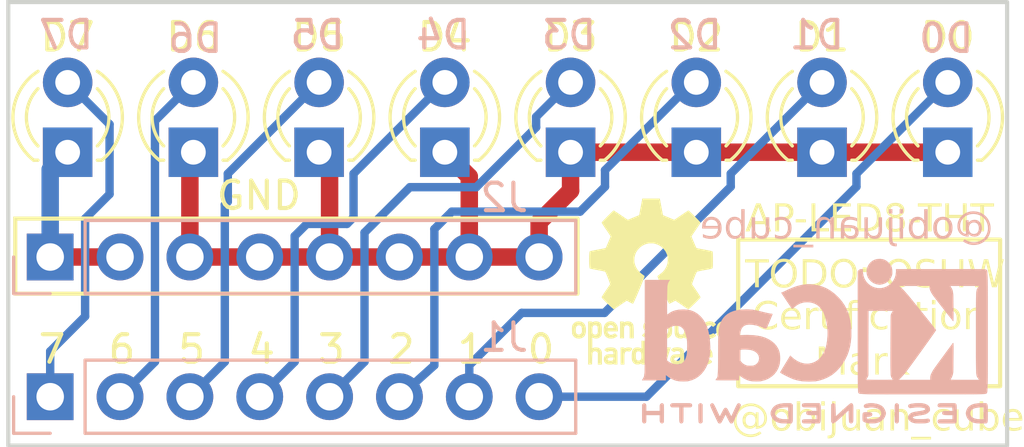
<source format=kicad_pcb>
(kicad_pcb (version 20221018) (generator pcbnew)
  (layers (0 "F.Cu" signal) (31 "B.Cu" signal) (34 "B.Paste" user) (35 "F.Paste" user) (36 "B.SilkS" user "B.Silkscreen") (37 "F.SilkS" user "F.Silkscreen") (38 "B.Mask" user) (39 "F.Mask" user) (44 "Edge.Cuts" user))
  (net 0 "")
  (net 1 "GND")
  (net 2 "/led7")
  (net 3 "/led6")
  (net 4 "/led0")
  (net 5 "/led1")
  (net 6 "/led2")
  (net 7 "/led3")
  (net 8 "/led4")
  (net 9 "/led5")
  (footprint "Monolito:LED_THT__LED_D3.0mm" (layer "F.Cu") (at 108.077 54.61 90)
    (fp_text reference "D1" (at 4.191 0) (layer "F.SilkS"))
    (fp_text value "LED" hide)
    (pad "1" thru_hole rect (at 0 0 90) (size 1.8 1.8) (drill 0.9) (layers "*.Cu" "*.Mask") (net 1 "GND"))
    (pad "2" thru_hole circle (at 2.54 0 90) (size 1.8 1.8) (drill 0.9) (layers "*.Cu" "*.Mask") (net 5 "/led1"))
  )
  (footprint "Symbol:OSHW-Logo_5.7x6mm_SilkScreen" (layer "F.Cu") (at 101.854 59.309)
    (fp_text reference "REF**" hide)
    (fp_text value "OSHW-Logo_5.7x6mm_SilkScreen" hide)
  )
  (footprint "Monolito:LED_THT__LED_D3.0mm" (layer "F.Cu") (at 80.645 54.61 90)
    (fp_text reference "D7" (at 4.191 0) (layer "F.SilkS"))
    (fp_text value "LED" hide)
    (pad "1" thru_hole rect (at 0 0 90) (size 1.8 1.8) (drill 0.9) (layers "*.Cu" "*.Mask") (net 1 "GND"))
    (pad "2" thru_hole circle (at 2.54 0 90) (size 1.8 1.8) (drill 0.9) (layers "*.Cu" "*.Mask") (net 2 "/led7"))
  )
  (footprint "Monolito:LED_THT__LED_D3.0mm" (layer "F.Cu") (at 94.361 54.61 90)
    (fp_text reference "D4" (at 4.191 0) (layer "F.SilkS"))
    (fp_text value "LED" hide)
    (pad "1" thru_hole rect (at 0 0 90) (size 1.8 1.8) (drill 0.9) (layers "*.Cu" "*.Mask") (net 1 "GND"))
    (pad "2" thru_hole circle (at 2.54 0 90) (size 1.8 1.8) (drill 0.9) (layers "*.Cu" "*.Mask") (net 8 "/led4"))
  )
  (footprint "Monolito:LED_THT__LED_D3.0mm" (layer "F.Cu") (at 112.649 54.61 90)
    (fp_text reference "D0" (at 4.191 0) (layer "F.SilkS"))
    (fp_text value "LED" hide)
    (pad "1" thru_hole rect (at 0 0 90) (size 1.8 1.8) (drill 0.9) (layers "*.Cu" "*.Mask") (net 1 "GND"))
    (pad "2" thru_hole circle (at 2.54 0 90) (size 1.8 1.8) (drill 0.9) (layers "*.Cu" "*.Mask") (net 4 "/led0"))
  )
  (footprint "Monolito:LED_THT__LED_D3.0mm" (layer "F.Cu") (at 85.217 54.61 90)
    (fp_text reference "D6" (at 4.191 0) (layer "F.SilkS"))
    (fp_text value "LED" hide)
    (pad "1" thru_hole rect (at 0 0 90) (size 1.8 1.8) (drill 0.9) (layers "*.Cu" "*.Mask") (net 1 "GND"))
    (pad "2" thru_hole circle (at 2.54 0 90) (size 1.8 1.8) (drill 0.9) (layers "*.Cu" "*.Mask") (net 3 "/led6"))
  )
  (footprint "Monolito:LED_THT__LED_D3.0mm" (layer "F.Cu") (at 98.933 54.61 90)
    (fp_text reference "D3" (at 4.191 0) (layer "F.SilkS"))
    (fp_text value "LED" hide)
    (pad "1" thru_hole rect (at 0 0 90) (size 1.8 1.8) (drill 0.9) (layers "*.Cu" "*.Mask") (net 1 "GND"))
    (pad "2" thru_hole circle (at 2.54 0 90) (size 1.8 1.8) (drill 0.9) (layers "*.Cu" "*.Mask") (net 7 "/led3"))
  )
  (footprint "Monolito:LED_THT__LED_D3.0mm" (layer "F.Cu") (at 103.505 54.61 90)
    (fp_text reference "D2" (at 4.191 0) (layer "F.SilkS"))
    (fp_text value "LED" hide)
    (pad "1" thru_hole rect (at 0 0 90) (size 1.8 1.8) (drill 0.9) (layers "*.Cu" "*.Mask") (net 1 "GND"))
    (pad "2" thru_hole circle (at 2.54 0 90) (size 1.8 1.8) (drill 0.9) (layers "*.Cu" "*.Mask") (net 6 "/led2"))
  )
  (footprint "Monolito:LED_THT__LED_D3.0mm" (layer "F.Cu") (at 89.789 54.61 90)
    (fp_text reference "D5" (at 4.191 0) (layer "F.SilkS"))
    (fp_text value "LED" hide)
    (pad "1" thru_hole rect (at 0 0 90) (size 1.8 1.8) (drill 0.9) (layers "*.Cu" "*.Mask") (net 1 "GND"))
    (pad "2" thru_hole circle (at 2.54 0 90) (size 1.8 1.8) (drill 0.9) (layers "*.Cu" "*.Mask") (net 9 "/led5"))
  )
  (footprint "Monolito:PinSocket_1x08_P2.54mm_Vertical" (layer "B.Cu") (at 80.01 58.42 -90)
    (fp_text reference "J2" (at -2.159 -16.51 -180) (layer "B.SilkS") (effects (justify mirror)))
    (fp_text value "Conn_01x08_Socket" hide)
    (pad "1" thru_hole rect (at 0 0 270) (size 1.7 1.7) (drill 1) (layers "*.Cu" "*.Mask") (net 1 "GND"))
    (pad "2" thru_hole oval (at 0 -2.54 270) (size 1.7 1.7) (drill 1) (layers "*.Cu" "*.Mask") (net 1 "GND"))
    (pad "3" thru_hole oval (at 0 -5.08 270) (size 1.7 1.7) (drill 1) (layers "*.Cu" "*.Mask") (net 1 "GND"))
    (pad "4" thru_hole oval (at 0 -7.62 270) (size 1.7 1.7) (drill 1) (layers "*.Cu" "*.Mask") (net 1 "GND"))
    (pad "5" thru_hole oval (at 0 -10.16 270) (size 1.7 1.7) (drill 1) (layers "*.Cu" "*.Mask") (net 1 "GND"))
    (pad "6" thru_hole oval (at 0 -12.7 270) (size 1.7 1.7) (drill 1) (layers "*.Cu" "*.Mask") (net 1 "GND"))
    (pad "7" thru_hole oval (at 0 -15.24 270) (size 1.7 1.7) (drill 1) (layers "*.Cu" "*.Mask") (net 1 "GND"))
    (pad "8" thru_hole oval (at 0 -17.78 270) (size 1.7 1.7) (drill 1) (layers "*.Cu" "*.Mask") (net 1 "GND"))
  )
  (footprint "Monolito:PinSocket_1x08_P2.54mm_Vertical" (layer "B.Cu") (at 80.01 63.5 -90)
    (fp_text reference "J1" (at -2.159 -16.51 -180) (layer "B.SilkS") (effects (justify mirror)))
    (fp_text value "Conn_01x08_Socket" hide)
    (pad "1" thru_hole rect (at 0 0 270) (size 1.7 1.7) (drill 1) (layers "*.Cu" "*.Mask") (net 2 "/led7"))
    (pad "2" thru_hole oval (at 0 -2.54 270) (size 1.7 1.7) (drill 1) (layers "*.Cu" "*.Mask") (net 3 "/led6"))
    (pad "3" thru_hole oval (at 0 -5.08 270) (size 1.7 1.7) (drill 1) (layers "*.Cu" "*.Mask") (net 9 "/led5"))
    (pad "4" thru_hole oval (at 0 -7.62 270) (size 1.7 1.7) (drill 1) (layers "*.Cu" "*.Mask") (net 8 "/led4"))
    (pad "5" thru_hole oval (at 0 -10.16 270) (size 1.7 1.7) (drill 1) (layers "*.Cu" "*.Mask") (net 7 "/led3"))
    (pad "6" thru_hole oval (at 0 -12.7 270) (size 1.7 1.7) (drill 1) (layers "*.Cu" "*.Mask") (net 6 "/led2"))
    (pad "7" thru_hole oval (at 0 -15.24 270) (size 1.7 1.7) (drill 1) (layers "*.Cu" "*.Mask") (net 5 "/led1"))
    (pad "8" thru_hole oval (at 0 -17.78 270) (size 1.7 1.7) (drill 1) (layers "*.Cu" "*.Mask") (net 4 "/led0"))
  )
  (footprint "Symbol:KiCad-Logo2_5mm_SilkScreen" (layer "B.Cu") (at 107.823 61.468 180)
    (fp_text reference "REF**" hide)
    (fp_text value "KiCad-Logo2_5mm_SilkScreen" hide)
  )
  (gr_rect (start 105.029 57.785) (end 114.554 63.119) (stroke (width 0.15)) (fill none) (layer "F.SilkS"))
  (gr_rect (start 78.74 57.023) (end 99.187 59.7535) (stroke (width 0.15)) (fill none) (layer "F.SilkS"))
  (gr_rect (start 78.486 49.149) (end 114.808 65.278) (stroke (width 0.15)) (fill none) (layer "Edge.Cuts"))
  (gr_text "D2" (at 104.521 50.927) (layer "B.SilkS") (effects (font (size 1 1)) (justify left bottom mirror)))
  (gr_text "D4" (at 95.377 50.927) (layer "B.SilkS") (effects (font (size 1 1)) (justify left bottom mirror)))
  (gr_text "@obijuan_cube" (at 114.3 57.912) (layer "B.SilkS") (effects (font (size 1 1)) (justify left bottom mirror)))
  (gr_text "D6" (at 86.36 51.054) (layer "B.SilkS") (effects (font (size 1 1)) (justify left bottom mirror)))
  (gr_text "D0" (at 113.665 51.054) (layer "B.SilkS") (effects (font (size 1 1)) (justify left bottom mirror)))
  (gr_text "D5" (at 90.805 50.927) (layer "B.SilkS") (effects (font (size 1 1)) (justify left bottom mirror)))
  (gr_text "D7" (at 81.661 50.927) (layer "B.SilkS") (effects (font (size 1 1)) (justify left bottom mirror)))
  (gr_text "D3" (at 99.949 50.927) (layer "B.SilkS") (effects (font (size 1 1)) (justify left bottom mirror)))
  (gr_text "D1" (at 108.966 50.927) (layer "B.SilkS") (effects (font (size 1 1)) (justify left bottom mirror)))
  (gr_text "7" (at 79.502 62.357) (layer "F.SilkS") (effects (font (size 1 1)) (justify left bottom)))
  (gr_text "GND" (at 85.979 56.769) (layer "F.SilkS") (effects (font (size 1 1)) (justify left bottom)))
  (gr_text "1" (at 94.742 62.357) (layer "F.SilkS") (effects (font (size 1 1)) (justify left bottom)))
  (gr_text "TODO: OSHW" (at 105.283 59.69) (layer "F.SilkS") (effects (font (size 1 1)) (justify left bottom)))
  (gr_text "6" (at 82.042 62.357) (layer "F.SilkS") (effects (font (size 1 1)) (justify left bottom)))
  (gr_text "AP-LED8-THT" (at 105.283 57.658) (layer "F.SilkS") (effects (font (size 1 1)) (justify left bottom)))
  (gr_text "0" (at 97.282 62.357) (layer "F.SilkS") (effects (font (size 1 1)) (justify left bottom)))
  (gr_text "5" (at 84.582 62.357) (layer "F.SilkS") (effects (font (size 1 1)) (justify left bottom)))
  (gr_text "Mark" (at 107.823 62.865) (layer "F.SilkS") (effects (font (size 1 1)) (justify left bottom)))
  (gr_text "@obijuan_cube" (at 104.775 64.897) (layer "F.SilkS") (effects (font (size 1 1)) (justify left bottom)))
  (gr_text "Certification" (at 105.537 61.214) (layer "F.SilkS") (effects (font (size 1 1)) (justify left bottom)))
  (gr_text "4" (at 87.122 62.357) (layer "F.SilkS") (effects (font (size 1 1)) (justify left bottom)))
  (gr_text "3" (at 89.662 62.357) (layer "F.SilkS") (effects (font (size 1 1)) (justify left bottom)))
  (gr_text "2" (at 92.202 62.357) (layer "F.SilkS") (effects (font (size 1 1)) (justify left bottom)))
  (segment (start 85.09 58.42) (end 87.63 58.42) (width 0.635) (layer "F.Cu") (net 1))
  (segment (start 92.71 58.42) (end 95.25 58.42) (width 0.635) (layer "F.Cu") (net 1))
  (segment (start 85.09 54.737) (end 85.217 54.61) (width 0.635) (layer "F.Cu") (net 1))
  (segment (start 97.79 57.15) (end 98.933 56.007) (width 0.635) (layer "F.Cu") (net 1))
  (segment (start 94.361 54.61) (end 95.25 55.499) (width 0.635) (layer "F.Cu") (net 1))
  (segment (start 87.63 58.42) (end 90.17 58.42) (width 0.635) (layer "F.Cu") (net 1))
  (segment (start 103.505 54.61) (end 108.077 54.61) (width 0.635) (layer "F.Cu") (net 1))
  (segment (start 90.17 58.42) (end 92.71 58.42) (width 0.635) (layer "F.Cu") (net 1))
  (segment (start 90.17 58.42) (end 90.17 54.991) (width 0.635) (layer "F.Cu") (net 1))
  (segment (start 98.933 54.61) (end 103.505 54.61) (width 0.635) (layer "F.Cu") (net 1))
  (segment (start 82.55 58.42) (end 80.01 58.42) (width 0.635) (layer "F.Cu") (net 1))
  (segment (start 97.79 58.42) (end 97.79 57.15) (width 0.635) (layer "F.Cu") (net 1))
  (segment (start 95.25 55.499) (end 95.25 58.42) (width 0.635) (layer "F.Cu") (net 1))
  (segment (start 90.17 54.991) (end 89.789 54.61) (width 0.635) (layer "F.Cu") (net 1))
  (segment (start 85.09 58.42) (end 85.09 54.737) (width 0.635) (layer "F.Cu") (net 1))
  (segment (start 108.077 54.61) (end 112.649 54.61) (width 0.635) (layer "F.Cu") (net 1))
  (segment (start 98.933 56.007) (end 98.933 54.61) (width 0.635) (layer "F.Cu") (net 1))
  (segment (start 95.25 58.42) (end 97.79 58.42) (width 0.635) (layer "F.Cu") (net 1))
  (segment (start 80.01 55.245) (end 80.01 58.42) (width 0.635) (layer "B.Cu") (net 1))
  (segment (start 80.645 54.61) (end 80.01 55.245) (width 0.635) (layer "B.Cu") (net 1))
  (segment (start 80.01 61.849) (end 80.01 63.5) (width 0.3048) (layer "B.Cu") (net 2))
  (segment (start 81.28 57.023) (end 81.28 60.579) (width 0.3048) (layer "B.Cu") (net 2))
  (segment (start 81.28 60.579) (end 80.01 61.849) (width 0.3048) (layer "B.Cu") (net 2))
  (segment (start 82.169 56.134) (end 81.28 57.023) (width 0.3048) (layer "B.Cu") (net 2))
  (segment (start 82.169 53.594) (end 82.169 56.134) (width 0.3048) (layer "B.Cu") (net 2))
  (segment (start 80.645 52.07) (end 82.169 53.594) (width 0.3048) (layer "B.Cu") (net 2))
  (segment (start 83.82 62.23) (end 83.82 53.467) (width 0.3048) (layer "B.Cu") (net 3))
  (segment (start 82.55 63.5) (end 83.82 62.23) (width 0.3048) (layer "B.Cu") (net 3))
  (segment (start 83.82 53.467) (end 85.217 52.07) (width 0.3048) (layer "B.Cu") (net 3))
  (segment (start 109.3294 55.3896) (end 109.3294 55.8624) (width 0.3048) (layer "B.Cu") (net 4))
  (segment (start 101.6918 63.5) (end 97.79 63.5) (width 0.3048) (layer "B.Cu") (net 4))
  (segment (start 112.649 52.07) (end 109.3294 55.3896) (width 0.3048) (layer "B.Cu") (net 4))
  (segment (start 109.3294 55.8624) (end 101.6918 63.5) (width 0.3048) (layer "B.Cu") (net 4))
  (segment (start 108.077 52.07) (end 104.7574 55.3896) (width 0.3048) (layer "B.Cu") (net 5))
  (segment (start 95.25 62.357) (end 95.25 63.5) (width 0.3048) (layer "B.Cu") (net 5))
  (segment (start 100.1678 60.452) (end 97.155 60.452) (width 0.3048) (layer "B.Cu") (net 5))
  (segment (start 97.155 60.452) (end 95.25 62.357) (width 0.3048) (layer "B.Cu") (net 5))
  (segment (start 104.7574 55.8624) (end 100.1678 60.452) (width 0.3048) (layer "B.Cu") (net 5))
  (segment (start 104.7574 55.3896) (end 104.7574 55.8624) (width 0.3048) (layer "B.Cu") (net 5))
  (segment (start 93.98 57.404) (end 93.98 62.357) (width 0.3048) (layer "B.Cu") (net 6))
  (segment (start 94.615 56.769) (end 93.98 57.404) (width 0.3048) (layer "B.Cu") (net 6))
  (segment (start 100.1854 55.2626) (end 100.1854 55.8624) (width 0.3048) (layer "B.Cu") (net 6))
  (segment (start 103.505 52.07) (end 103.378 52.07) (width 0.3048) (layer "B.Cu") (net 6))
  (segment (start 103.378 52.07) (end 100.1854 55.2626) (width 0.3048) (layer "B.Cu") (net 6))
  (segment (start 100.1854 55.8624) (end 99.2788 56.769) (width 0.3048) (layer "B.Cu") (net 6))
  (segment (start 99.2788 56.769) (end 94.615 56.769) (width 0.3048) (layer "B.Cu") (net 6))
  (segment (start 93.98 62.357) (end 92.71 63.5) (width 0.3048) (layer "B.Cu") (net 6))
  (segment (start 95.504 55.88) (end 97.6806 53.7034) (width 0.3048) (layer "B.Cu") (net 7))
  (segment (start 91.44 57.531) (end 91.44 62.23) (width 0.3048) (layer "B.Cu") (net 7))
  (segment (start 99.06 52.197) (end 99.187 52.197) (width 0.3048) (layer "B.Cu") (net 7))
  (segment (start 97.6806 53.3224) (end 98.933 52.07) (width 0.3048) (layer "B.Cu") (net 7))
  (segment (start 97.6806 53.7034) (end 97.6806 53.3224) (width 0.3048) (layer "B.Cu") (net 7))
  (segment (start 91.44 62.23) (end 90.17 63.5) (width 0.3048) (layer "B.Cu") (net 7))
  (segment (start 98.933 52.07) (end 99.06 52.197) (width 0.3048) (layer "B.Cu") (net 7))
  (segment (start 93.091 55.88) (end 91.44 57.531) (width 0.3048) (layer "B.Cu") (net 7))
  (segment (start 95.504 55.88) (end 93.091 55.88) (width 0.3048) (layer "B.Cu") (net 7))
  (segment (start 90.8009 57.2176) (end 89.3404 57.2176) (width 0.3048) (layer "B.Cu") (net 8))
  (segment (start 88.9 62.23) (end 87.63 63.5) (width 0.3048) (layer "B.Cu") (net 8))
  (segment (start 89.3404 57.2176) (end 88.9 57.658) (width 0.3048) (layer "B.Cu") (net 8))
  (segment (start 94.361 52.07) (end 94.4245 52.1335) (width 0.3048) (layer "B.Cu") (net 8))
  (segment (start 91.0414 55.3896) (end 91.0414 56.9771) (width 0.3048) (layer "B.Cu") (net 8))
  (segment (start 91.0414 56.9771) (end 90.8009 57.2176) (width 0.3048) (layer "B.Cu") (net 8))
  (segment (start 88.9 57.658) (end 88.9 62.23) (width 0.3048) (layer "B.Cu") (net 8))
  (segment (start 94.361 52.07) (end 91.0414 55.3896) (width 0.3048) (layer "B.Cu") (net 8))
  (segment (start 89.789 52.07) (end 86.4694 55.3896) (width 0.3048) (layer "B.Cu") (net 9))
  (segment (start 86.4694 56.4056) (end 86.36 56.515) (width 0.3048) (layer "B.Cu") (net 9))
  (segment (start 86.4694 55.3896) (end 86.4694 56.4056) (width 0.3048) (layer "B.Cu") (net 9))
  (segment (start 86.36 62.23) (end 86.36 56.515) (width 0.3048) (layer "B.Cu") (net 9))
  (segment (start 85.09 63.5) (end 86.36 62.23) (width 0.3048) (layer "B.Cu") (net 9))
)
</source>
